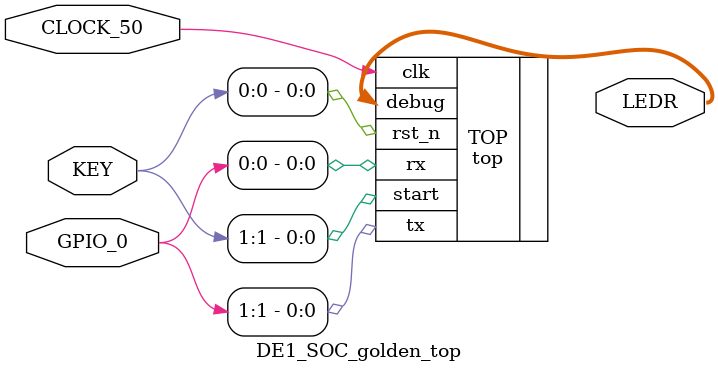
<source format=v>
`include "../verilog_src/const.vh"



module DE1_SOC_golden_top
(

      input              CLOCK_50,
      inout     [35:0]   GPIO_0,
      input       [3:0]  KEY,
      output      [9:0]  LEDR
);


//=======================================================
//  REG/WIRE declarations
//=======================================================





//=======================================================
//  Structural coding
//=======================================================

top TOP
(
 	.start(KEY[1]),
 	.rst_n(KEY[0]),
 	.clk(CLOCK_50),
 	.rx(GPIO_0[0]),
 	.tx(GPIO_0[1]),
 	.debug(LEDR[9:0])
);



endmodule

</source>
